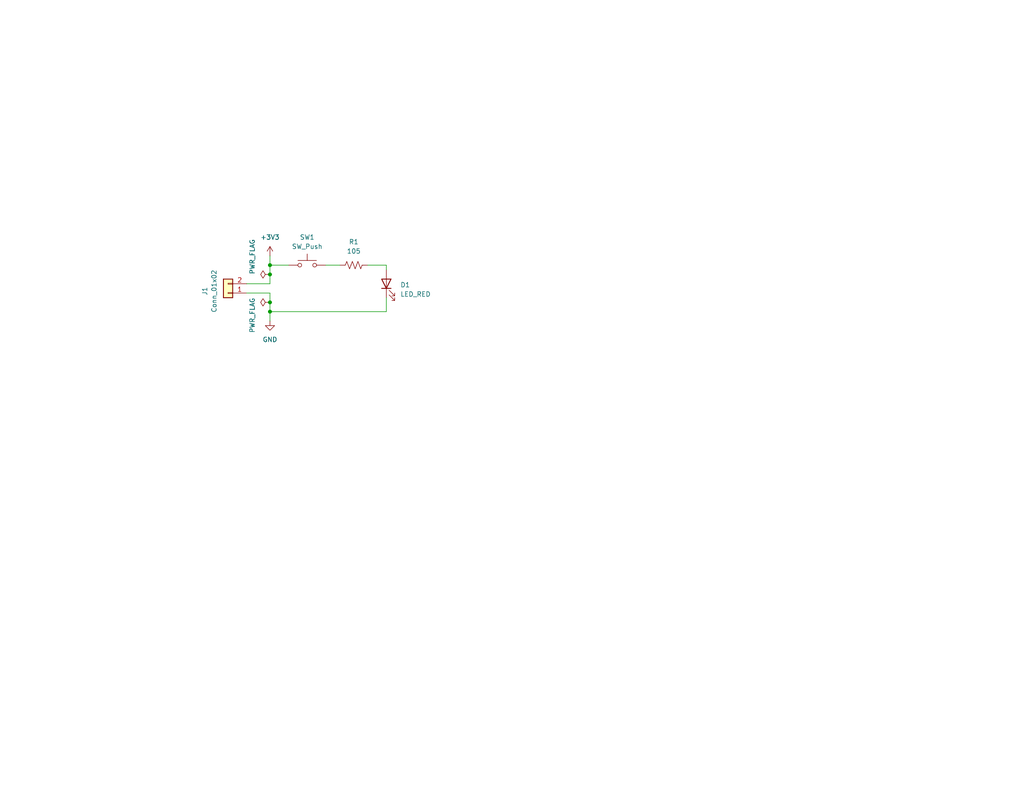
<source format=kicad_sch>
(kicad_sch (version 20231120) (generator "eeschema") (generator_version "8.0")
  (paper "USLetter")
  (title_block (title "LED Circuit") (date "2025-09-11") (rev "1.0") (company "Illini Solar Car") (comment 1 "Designed By: Fiona Pao"))
  (lib_symbols
    (symbol "Connector_Generic:Conn_01x02" (pin_names (offset 1.016) hide)
      (property "Reference" "J" (at 0 2.54 0))
      (property "Value" "Conn_01x02" (at 0 -5.08 0))
      (symbol "Conn_01x02_1_1"
        (rectangle (start -1.27 -2.413) (end 0 -2.667) (stroke (width 0.1524)))
        (rectangle (start -1.27 0.127) (end 0 -0.127) (stroke (width 0.1524)))
        (rectangle (start -1.27 1.27) (end 1.27 -3.81) (stroke (width 0.254)) (fill (type background)))
        (pin passive line (at -5.08 0 0) (length 3.81) (name "Pin_1") (number "1"))
        (pin passive line (at -5.08 -2.54 0) (length 3.81) (name "Pin_2") (number "2"))
      )
    )
    (symbol "Device:LED" (pin_numbers hide) (pin_names (offset 1.016) hide)
      (property "Reference" "D" (at 0 2.54 0))
      (property "Value" "LED" (at 0 -2.54 0))
      (symbol "LED_0_1"
        (polyline (pts (xy -1.27 -1.27) (xy -1.27 1.27)) (stroke (width 0.254)))
        (polyline (pts (xy -1.27 0) (xy 1.27 0)))
        (polyline (pts (xy 1.27 -1.27) (xy 1.27 1.27) (xy -1.27 0) (xy 1.27 -1.27)) (stroke (width 0.254)))
        (polyline (pts (xy -3.048 -0.762) (xy -4.572 -2.286) (xy -3.81 -2.286) (xy -4.572 -2.286) (xy -4.572 -1.524)))
        (polyline (pts (xy -1.778 -0.762) (xy -3.302 -2.286) (xy -2.54 -2.286) (xy -3.302 -2.286) (xy -3.302 -1.524)))
      )
      (symbol "LED_1_1"
        (pin passive line (at -3.81 0 0) (length 2.54) (name "K") (number "1"))
        (pin passive line (at 3.81 0 180) (length 2.54) (name "A") (number "2"))
      )
    )
    (symbol "Device:R_US" (pin_numbers hide) (pin_names (offset 0))
      (property "Reference" "R" (at 2.54 0 90))
      (property "Value" "R_US" (at -2.54 0 90))
      (symbol "R_US_0_1"
        (polyline (pts (xy 0 -2.286) (xy 0 -2.54)))
        (polyline (pts (xy 0 2.286) (xy 0 2.54)))
        (polyline (pts (xy 0 -0.762) (xy 1.016 -1.143) (xy 0 -1.524) (xy -1.016 -1.905) (xy 0 -2.286)))
        (polyline (pts (xy 0 0.762) (xy 1.016 0.381) (xy 0 0) (xy -1.016 -0.381) (xy 0 -0.762)))
        (polyline (pts (xy 0 2.286) (xy 1.016 1.905) (xy 0 1.524) (xy -1.016 1.143) (xy 0 0.762)))
      )
      (symbol "R_US_1_1"
        (pin passive line (at 0 3.81 270) (length 1.27) (name "~") (number "1"))
        (pin passive line (at 0 -3.81 90) (length 1.27) (name "~") (number "2"))
      )
    )
    (symbol "Switch:SW_Push" (pin_numbers hide) (pin_names (offset 1.016) hide)
      (property "Reference" "SW" (at 1.27 2.54 0))
      (property "Value" "SW_Push" (at 0 -1.524 0))
      (symbol "SW_Push_0_1"
        (circle (center -2.032 0) (radius 0.508))
        (polyline (pts (xy 0 1.27) (xy 0 3.048)))
        (polyline (pts (xy 2.54 1.27) (xy -2.54 1.27)))
        (circle (center 2.032 0) (radius 0.508))
        (pin passive line (at -5.08 0 0) (length 2.54) (name "1") (number "1"))
        (pin passive line (at 5.08 0 180) (length 2.54) (name "2") (number "2"))
      )
    )
    (symbol "power:+3V3" (power) (pin_names (offset 0))
      (property "Value" "+3V3" (at 0 3.556 0))
      (symbol "+3V3_0_1"
        (polyline (pts (xy -0.762 1.27) (xy 0 2.54)))
        (polyline (pts (xy 0 0) (xy 0 2.54)))
        (polyline (pts (xy 0 2.54) (xy 0.762 1.27)))
      )
      (symbol "+3V3_1_1"
        (pin power_in line (at 0 0 90) (length 0) hide (name "+3V3") (number "1"))
      )
    )
    (symbol "power:GND" (power) (pin_names (offset 0))
      (property "Value" "GND" (at 0 -3.81 0))
      (symbol "GND_0_1"
        (polyline (pts (xy 0 0) (xy 0 -1.27) (xy 1.27 -1.27) (xy 0 -2.54) (xy -1.27 -1.27) (xy 0 -1.27)))
      )
      (symbol "GND_1_1"
        (pin power_in line (at 0 0 270) (length 0) hide (name "GND") (number "1"))
      )
    )
    (symbol "power:PWR_FLAG" (power) (pin_numbers hide) (pin_names (offset 0) hide)
      (property "Value" "PWR_FLAG" (at 0 3.81 0))
      (symbol "PWR_FLAG_0_0"
        (pin power_out line (at 0 0 90) (length 0) (name "pwr") (number "1"))
      )
      (symbol "PWR_FLAG_0_1"
        (polyline (pts (xy 0 0) (xy 0 1.27) (xy -1.016 1.905) (xy 0 2.54) (xy 1.016 1.905) (xy 0 1.27)))
      )
    )
  )
  (junction (at 73.66 72.39))
  (junction (at 73.66 82.55))
  (junction (at 73.66 74.93))
  (junction (at 73.66 85.09))
  (wire (pts (xy 73.66 74.93) (xy 73.66 72.39)))
  (wire (pts (xy 73.66 85.09) (xy 73.66 87.63)))
  (wire (pts (xy 67.31 77.47) (xy 73.66 77.47)))
  (wire (pts (xy 73.66 80.01) (xy 73.66 82.55)))
  (wire (pts (xy 73.66 82.55) (xy 73.66 85.09)))
  (wire (pts (xy 73.66 77.47) (xy 73.66 74.93)))
  (wire (pts (xy 88.9 72.39) (xy 92.71 72.39)))
  (wire (pts (xy 73.66 72.39) (xy 78.74 72.39)))
  (wire (pts (xy 100.33 72.39) (xy 105.41 72.39)))
  (wire (pts (xy 73.66 85.09) (xy 105.41 85.09)))
  (wire (pts (xy 67.31 80.01) (xy 73.66 80.01)))
  (wire (pts (xy 105.41 72.39) (xy 105.41 73.66)))
  (wire (pts (xy 73.66 69.85) (xy 73.66 72.39)))
  (wire (pts (xy 105.41 81.28) (xy 105.41 85.09)))
  (symbol (lib_id "Device:LED") (at 105.41 77.47 90) (unit 1)
    (property "Reference" "D1" (at 109.22 77.7874 90) (effects (justify right)))
    (property "Value" "LED_RED" (at 109.22 80.3274 90) (effects (justify right)))
    (property "Footprint" "layout:LED_0603_Symbol_on_F.SilkS" (effects (hide yes)))
    (property "Description" "Light emitting diode" (effects (hide yes)))
  )
  (symbol (lib_id "power:PWR_FLAG") (at 73.66 74.93 90) (unit 1)
    (property "Reference" "#FLG01" (effects (hide yes)))
    (property "Value" "PWR_FLAG" (at 68.834 74.93 0) (effects (justify left)))
    (property "Description" "Special symbol for telling ERC where power comes from" (effects (hide yes)))
  )
  (symbol (lib_id "Connector_Generic:Conn_01x02") (at 62.23 80.01 180) (unit 1)
    (property "Reference" "J1" (at 55.88 79.502 90))
    (property "Value" "Conn_01x02" (at 58.42 79.502 90))
    (property "Footprint" "Connector_Molex:Molex_KK-254_AE-6410-02A_1x02_P2.54mm_Vertical" (effects (hide yes)))
    (property "Datasheet" "https://www.molex.com/en-us/products/part-detail/22272021?display=pdf" (effects (hide yes)))
    (property "Description" "Generic connector, single row, 01x02, script generated (kicad-library-utils/schlib/autogen/connector/)" (effects (hide yes)))
    (property "MPN" "22272021" (effects (hide yes)))
  )
  (symbol (lib_id "power:GND") (at 73.66 87.63 0) (unit 1)
    (property "Reference" "#PWR02" (effects (hide yes)))
    (property "Value" "GND" (at 73.66 92.71 0))
    (property "Description" "Power symbol creates a global label with name \"GND\" , ground" (effects (hide yes)))
  )
  (symbol (lib_id "power:+3V3") (at 73.66 69.85 0) (unit 1)
    (property "Reference" "#PWR01" (effects (hide yes)))
    (property "Value" "+3V3" (at 73.66 64.77 0))
    (property "Description" "Power symbol creates a global label with name \"+3V3\"" (effects (hide yes)))
  )
  (symbol (lib_id "Device:R_US") (at 96.52 72.39 90) (unit 1)
    (property "Reference" "R1" (at 96.52 66.04 90))
    (property "Value" "105" (at 96.52 68.58 90))
    (property "Footprint" "Resistor_SMD:R_0603_1608Metric_Pad0.98x0.95mm_HandSolder" (effects (hide yes)))
    (property "Description" "Resistor, US symbol" (effects (hide yes)))
  )
  (symbol (lib_id "power:PWR_FLAG") (at 73.66 82.55 90) (unit 1)
    (property "Reference" "#FLG02" (effects (hide yes)))
    (property "Value" "PWR_FLAG" (at 68.834 90.932 0) (effects (justify left)))
    (property "Description" "Special symbol for telling ERC where power comes from" (effects (hide yes)))
  )
  (symbol (lib_id "Switch:SW_Push") (at 83.82 72.39 0) (unit 1)
    (property "Reference" "SW1" (at 83.82 64.77 0))
    (property "Value" "SW_Push" (at 83.82 67.31 0))
    (property "Footprint" "Button_Switch_SMD:SW_DIP_SPSTx01_Slide_6.7x4.1mm_W8.61mm_P2.54mm_LowProfile" (effects (hide yes)))
    (property "Datasheet" "https://www.te.com/commerce/DocumentDelivery/DDEController?Action=srchrtrv&DocNm=1437566-3&DocType=Customer+Drawing&DocLang=English" (effects (hide yes)))
    (property "Description" "Push button switch, generic, two pins" (effects (hide yes)))
    (property "MPN" "1825910-6" (effects (hide yes)))
  )
)
</source>
